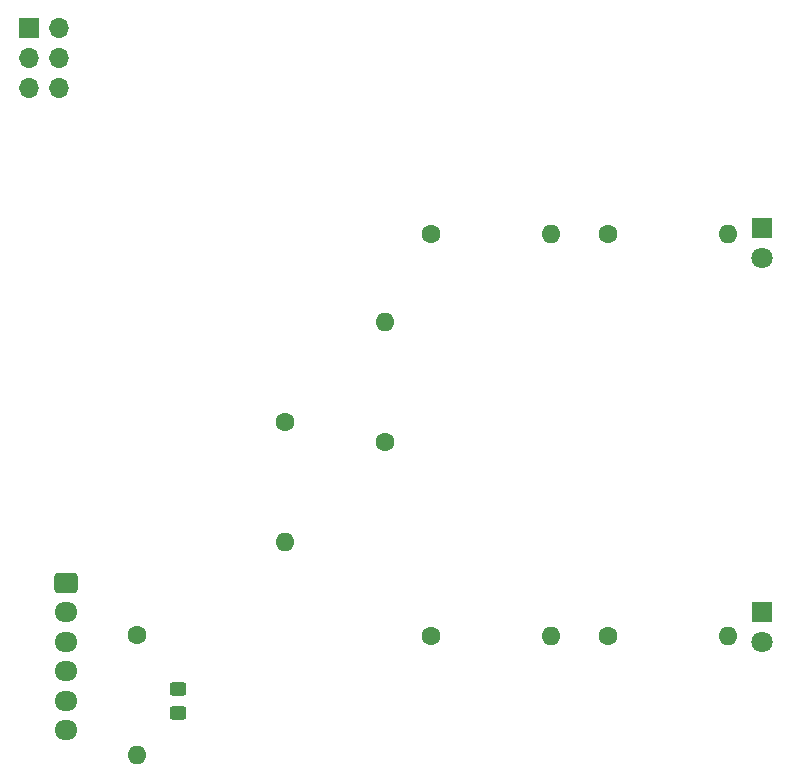
<source format=gbr>
%TF.GenerationSoftware,KiCad,Pcbnew,9.0.0*%
%TF.CreationDate,2025-06-18T11:24:59+09:00*%
%TF.ProjectId,headlight_lower_side,68656164-6c69-4676-9874-5f6c6f776572,00*%
%TF.SameCoordinates,Original*%
%TF.FileFunction,Soldermask,Top*%
%TF.FilePolarity,Negative*%
%FSLAX46Y46*%
G04 Gerber Fmt 4.6, Leading zero omitted, Abs format (unit mm)*
G04 Created by KiCad (PCBNEW 9.0.0) date 2025-06-18 11:24:59*
%MOMM*%
%LPD*%
G01*
G04 APERTURE LIST*
G04 Aperture macros list*
%AMRoundRect*
0 Rectangle with rounded corners*
0 $1 Rounding radius*
0 $2 $3 $4 $5 $6 $7 $8 $9 X,Y pos of 4 corners*
0 Add a 4 corners polygon primitive as box body*
4,1,4,$2,$3,$4,$5,$6,$7,$8,$9,$2,$3,0*
0 Add four circle primitives for the rounded corners*
1,1,$1+$1,$2,$3*
1,1,$1+$1,$4,$5*
1,1,$1+$1,$6,$7*
1,1,$1+$1,$8,$9*
0 Add four rect primitives between the rounded corners*
20,1,$1+$1,$2,$3,$4,$5,0*
20,1,$1+$1,$4,$5,$6,$7,0*
20,1,$1+$1,$6,$7,$8,$9,0*
20,1,$1+$1,$8,$9,$2,$3,0*%
G04 Aperture macros list end*
%ADD10C,1.600000*%
%ADD11O,1.600000X1.600000*%
%ADD12RoundRect,0.250000X-0.450000X0.325000X-0.450000X-0.325000X0.450000X-0.325000X0.450000X0.325000X0*%
%ADD13RoundRect,0.250000X-0.725000X0.600000X-0.725000X-0.600000X0.725000X-0.600000X0.725000X0.600000X0*%
%ADD14O,1.950000X1.700000*%
%ADD15R,1.700000X1.700000*%
%ADD16O,1.700000X1.700000*%
%ADD17R,1.800000X1.800000*%
%ADD18C,1.800000*%
G04 APERTURE END LIST*
D10*
%TO.C,R5*%
X78000000Y-62580000D03*
D11*
X78000000Y-52420000D03*
%TD*%
D10*
%TO.C,R2*%
X96920000Y-79000000D03*
D11*
X107080000Y-79000000D03*
%TD*%
D10*
%TO.C,R7*%
X57000000Y-78920000D03*
D11*
X57000000Y-89080000D03*
%TD*%
D10*
%TO.C,R1*%
X96920000Y-45000000D03*
D11*
X107080000Y-45000000D03*
%TD*%
D10*
%TO.C,R6*%
X69500000Y-60920000D03*
D11*
X69500000Y-71080000D03*
%TD*%
D12*
%TO.C,PWR1*%
X60500000Y-83475000D03*
X60500000Y-85525000D03*
%TD*%
D10*
%TO.C,R4*%
X81920000Y-79000000D03*
D11*
X92080000Y-79000000D03*
%TD*%
D10*
%TO.C,R3*%
X81920000Y-45000000D03*
D11*
X92080000Y-45000000D03*
%TD*%
D13*
%TO.C,J1*%
X51000000Y-74500000D03*
D14*
X51000000Y-77000000D03*
X51000000Y-79500000D03*
X51000000Y-82000000D03*
X51000000Y-84500000D03*
X51000000Y-87000000D03*
%TD*%
D15*
%TO.C,J2*%
X47850000Y-27575000D03*
D16*
X50390000Y-27575000D03*
X47850000Y-30115000D03*
X50390000Y-30115000D03*
X47850000Y-32655000D03*
X50390000Y-32655000D03*
%TD*%
D17*
%TO.C,IR2*%
X109895000Y-76960000D03*
D18*
X109895000Y-79500000D03*
%TD*%
D17*
%TO.C,IR1*%
X109895000Y-44500000D03*
D18*
X109895000Y-47040000D03*
%TD*%
M02*

</source>
